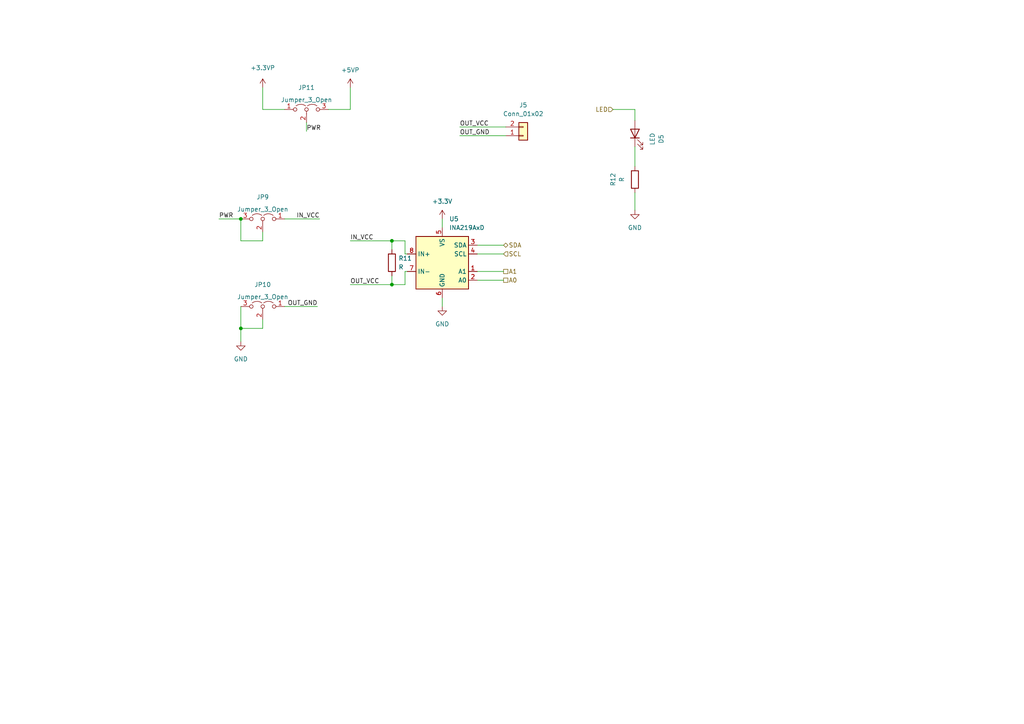
<source format=kicad_sch>
(kicad_sch (version 20211123) (generator eeschema)
  (paper "A4")
  (lib_symbols
    (symbol "Analog_ADC:INA219AxD"
      (property "Reference" "U" (at -6.35 8.89 0))
      (property "Value" "INA219AxD" (at 5.08 8.89 0))
      (symbol "INA219AxD_0_1"
        (rectangle (start -7.62 7.62) (end 7.62 -7.62) (stroke (width 0.254)) (fill (type background)))
      )
      (symbol "INA219AxD_1_1"
        (pin input line (at 10.16 -2.54 180) (length 2.54) (name "A1") (number "1"))
        (pin input line (at 10.16 -5.08 180) (length 2.54) (name "A0") (number "2"))
        (pin bidirectional line (at 10.16 5.08 180) (length 2.54) (name "SDA") (number "3"))
        (pin input line (at 10.16 2.54 180) (length 2.54) (name "SCL") (number "4"))
        (pin power_in line (at 0 10.16 270) (length 2.54) (name "VS") (number "5"))
        (pin power_in line (at 0 -10.16 90) (length 2.54) (name "GND") (number "6"))
        (pin input line (at -10.16 -2.54 0) (length 2.54) (name "IN-") (number "7"))
        (pin input line (at -10.16 2.54 0) (length 2.54) (name "IN+") (number "8"))
      )
    )
    (symbol "Connector_Generic:Conn_01x02" (pin_names (offset 1.016) hide)
      (property "Reference" "J" (at 0 2.54 0))
      (property "Value" "Conn_01x02" (at 0 -5.08 0))
      (symbol "Conn_01x02_1_1"
        (rectangle (start -1.27 -2.413) (end 0 -2.667) (stroke (width 0.1524)))
        (rectangle (start -1.27 0.127) (end 0 -0.127) (stroke (width 0.1524)))
        (rectangle (start -1.27 1.27) (end 1.27 -3.81) (stroke (width 0.254)) (fill (type background)))
        (pin passive line (at -5.08 0 0) (length 3.81) (name "Pin_1") (number "1"))
        (pin passive line (at -5.08 -2.54 0) (length 3.81) (name "Pin_2") (number "2"))
      )
    )
    (symbol "Device:LED" (pin_numbers hide) (pin_names (offset 1.016) hide)
      (property "Reference" "D" (at 0 2.54 0))
      (property "Value" "LED" (at 0 -2.54 0))
      (symbol "LED_0_1"
        (polyline (pts (xy -1.27 -1.27) (xy -1.27 1.27)) (stroke (width 0.254)))
        (polyline (pts (xy -1.27 0) (xy 1.27 0)))
        (polyline (pts (xy 1.27 -1.27) (xy 1.27 1.27) (xy -1.27 0) (xy 1.27 -1.27)) (stroke (width 0.254)))
        (polyline (pts (xy -3.048 -0.762) (xy -4.572 -2.286) (xy -3.81 -2.286) (xy -4.572 -2.286) (xy -4.572 -1.524)))
        (polyline (pts (xy -1.778 -0.762) (xy -3.302 -2.286) (xy -2.54 -2.286) (xy -3.302 -2.286) (xy -3.302 -1.524)))
      )
      (symbol "LED_1_1"
        (pin passive line (at -3.81 0 0) (length 2.54) (name "K") (number "1"))
        (pin passive line (at 3.81 0 180) (length 2.54) (name "A") (number "2"))
      )
    )
    (symbol "Device:R" (pin_numbers hide) (pin_names (offset 0))
      (property "Reference" "R" (at 2.032 0 90))
      (property "Value" "R" (at 0 0 90))
      (symbol "R_0_1"
        (rectangle (start -1.016 -2.54) (end 1.016 2.54) (stroke (width 0.254)))
      )
      (symbol "R_1_1"
        (pin passive line (at 0 3.81 270) (length 1.27) (name "~") (number "1"))
        (pin passive line (at 0 -3.81 90) (length 1.27) (name "~") (number "2"))
      )
    )
    (symbol "Jumper:Jumper_3_Open" (pin_names (offset 0) hide)
      (property "Reference" "JP" (at -2.54 -2.54 0))
      (property "Value" "Jumper_3_Open" (at 0 2.794 0))
      (symbol "Jumper_3_Open_0_0"
        (circle (center -3.302 0) (radius 0.508))
        (circle (center 0 0) (radius 0.508))
        (circle (center 3.302 0) (radius 0.508))
      )
      (symbol "Jumper_3_Open_0_1"
        (arc (start -0.254 1.016) (mid -1.651 1.4992) (end -3.048 1.016))
        (polyline (pts (xy 0 -0.508) (xy 0 -1.27)))
        (arc (start 3.048 1.016) (mid 1.651 1.4992) (end 0.254 1.016))
      )
      (symbol "Jumper_3_Open_1_1"
        (pin passive line (at -6.35 0 0) (length 2.54) (name "A") (number "1"))
        (pin passive line (at 0 -3.81 90) (length 2.54) (name "C") (number "2"))
        (pin passive line (at 6.35 0 180) (length 2.54) (name "B") (number "3"))
      )
    )
    (symbol "power:+3.3V" (power) (pin_names (offset 0))
      (property "Value" "+3.3V" (at 0 3.556 0))
      (symbol "+3.3V_0_1"
        (polyline (pts (xy -0.762 1.27) (xy 0 2.54)))
        (polyline (pts (xy 0 0) (xy 0 2.54)))
        (polyline (pts (xy 0 2.54) (xy 0.762 1.27)))
      )
      (symbol "+3.3V_1_1"
        (pin power_in line (at 0 0 90) (length 0) hide (name "+3.3V") (number "1"))
      )
    )
    (symbol "power:+3.3VP" (power) (pin_names (offset 0))
      (property "Value" "+3.3VP" (at 0 2.54 0))
      (symbol "+3.3VP_0_0"
        (pin power_in line (at 0 0 90) (length 0) hide (name "+3.3VP") (number "1"))
      )
      (symbol "+3.3VP_0_1"
        (polyline (pts (xy -0.762 1.27) (xy 0 2.54)))
        (polyline (pts (xy 0 0) (xy 0 2.54)))
        (polyline (pts (xy 0 2.54) (xy 0.762 1.27)))
      )
    )
    (symbol "power:+5VP" (power) (pin_names (offset 0))
      (property "Value" "+5VP" (at 0 3.556 0))
      (symbol "+5VP_0_1"
        (polyline (pts (xy -0.762 1.27) (xy 0 2.54)))
        (polyline (pts (xy 0 0) (xy 0 2.54)))
        (polyline (pts (xy 0 2.54) (xy 0.762 1.27)))
      )
      (symbol "+5VP_1_1"
        (pin power_in line (at 0 0 90) (length 0) hide (name "+5VP") (number "1"))
      )
    )
    (symbol "power:GND" (power) (pin_names (offset 0))
      (property "Value" "GND" (at 0 -3.81 0))
      (symbol "GND_0_1"
        (polyline (pts (xy 0 0) (xy 0 -1.27) (xy 1.27 -1.27) (xy 0 -2.54) (xy -1.27 -1.27) (xy 0 -1.27)))
      )
      (symbol "GND_1_1"
        (pin power_in line (at 0 0 270) (length 0) hide (name "GND") (number "1"))
      )
    )
  )
  (junction (at 113.665 82.55))
  (junction (at 69.85 95.25))
  (junction (at 69.85 63.5))
  (junction (at 113.665 69.85))
  (wire (pts (xy 101.6 82.55) (xy 113.665 82.55)))
  (wire (pts (xy 184.15 31.75) (xy 184.15 34.925)))
  (wire (pts (xy 184.15 55.88) (xy 184.15 60.96)))
  (wire (pts (xy 88.9 35.56) (xy 88.9 38.1)))
  (wire (pts (xy 69.85 95.25) (xy 69.85 99.06)))
  (wire (pts (xy 69.85 63.5) (xy 69.85 69.85)))
  (wire (pts (xy 117.475 69.85) (xy 117.475 73.66)))
  (wire (pts (xy 184.15 42.545) (xy 184.15 48.26)))
  (wire (pts (xy 138.43 73.66) (xy 146.05 73.66)))
  (wire (pts (xy 69.85 69.85) (xy 76.2 69.85)))
  (wire (pts (xy 69.85 95.25) (xy 76.2 95.25)))
  (wire (pts (xy 117.475 78.74) (xy 118.11 78.74)))
  (wire (pts (xy 113.665 69.85) (xy 113.665 72.39)))
  (wire (pts (xy 101.6 25.4) (xy 101.6 31.75)))
  (wire (pts (xy 128.27 63.5) (xy 128.27 66.04)))
  (wire (pts (xy 76.2 31.75) (xy 82.55 31.75)))
  (wire (pts (xy 138.43 81.28) (xy 146.05 81.28)))
  (wire (pts (xy 101.6 69.85) (xy 113.665 69.85)))
  (wire (pts (xy 133.35 36.83) (xy 146.685 36.83)))
  (wire (pts (xy 63.5 63.5) (xy 69.85 63.5)))
  (wire (pts (xy 128.27 86.36) (xy 128.27 88.9)))
  (wire (pts (xy 113.665 82.55) (xy 113.665 80.01)))
  (wire (pts (xy 113.665 69.85) (xy 117.475 69.85)))
  (wire (pts (xy 117.475 73.66) (xy 118.11 73.66)))
  (wire (pts (xy 138.43 78.74) (xy 146.05 78.74)))
  (wire (pts (xy 133.35 39.37) (xy 146.685 39.37)))
  (wire (pts (xy 76.2 67.31) (xy 76.2 69.85)))
  (wire (pts (xy 76.2 92.71) (xy 76.2 95.25)))
  (wire (pts (xy 177.8 31.75) (xy 184.15 31.75)))
  (wire (pts (xy 117.475 82.55) (xy 117.475 78.74)))
  (wire (pts (xy 138.43 71.12) (xy 146.05 71.12)))
  (wire (pts (xy 69.85 88.9) (xy 69.85 95.25)))
  (wire (pts (xy 82.55 88.9) (xy 92.075 88.9)))
  (wire (pts (xy 82.55 63.5) (xy 92.71 63.5)))
  (wire (pts (xy 76.2 25.4) (xy 76.2 31.75)))
  (wire (pts (xy 101.6 31.75) (xy 95.25 31.75)))
  (wire (pts (xy 113.665 82.55) (xy 117.475 82.55)))
  (label "PWR" (at 88.9 38.1 0))
  (label "OUT_VCC" (at 133.35 36.83 0))
  (label "OUT_GND" (at 92.075 88.9 180))
  (label "OUT_VCC" (at 101.6 82.55 0))
  (label "OUT_GND" (at 133.35 39.37 0))
  (label "IN_VCC" (at 101.6 69.85 0))
  (label "PWR" (at 63.5 63.5 0))
  (label "IN_VCC" (at 92.71 63.5 180))
  (hierarchical_label "SDA" (shape bidirectional) (at 146.05 71.12 0))
  (hierarchical_label "SCL" (shape input) (at 146.05 73.66 0))
  (hierarchical_label "LED" (shape input) (at 177.8 31.75 180))
  (hierarchical_label "A1" (shape passive) (at 146.05 78.74 0))
  (hierarchical_label "A0" (shape passive) (at 146.05 81.28 0))
  (symbol (lib_id "Jumper:Jumper_3_Open") (at 76.2 63.5 0) (mirror y)
    (property "Reference" "JP9" (at 76.2 57.15 0))
    (property "Value" "Jumper_3_Open" (at 76.2 60.706 0))
    (property "Footprint" "Connector_PinHeader_2.54mm:PinHeader_1x03_P2.54mm_Vertical" (effects hide))
  )
  (symbol (lib_id "power:+3.3V") (at 128.27 63.5 0)
    (property "Reference" "#PWR037" (effects hide))
    (property "Value" "+3.3V" (at 128.27 58.42 0))
  )
  (symbol (lib_id "Device:R") (at 113.665 76.2 0)
    (property "Reference" "R11" (at 115.57 74.9299 0) (effects (justify left)))
    (property "Value" "R" (at 115.57 77.4699 0) (effects (justify left)))
    (property "Footprint" "Resistor_SMD:R_2010_5025Metric_Pad1.40x2.65mm_HandSolder" (effects hide))
  )
  (symbol (lib_id "Analog_ADC:INA219AxD") (at 128.27 76.2 0)
    (property "Reference" "U5" (at 130.2894 63.5 0) (effects (justify left)))
    (property "Value" "INA219AxD" (at 130.2894 66.04 0) (effects (justify left)))
    (property "Footprint" "Package_SO:SOIC-8_3.9x4.9mm_P1.27mm" (effects hide))
    (property "Datasheet" "http://www.ti.com/lit/ds/symlink/ina219.pdf" (effects hide))
  )
  (symbol (lib_id "Device:R") (at 184.15 52.07 180)
    (property "Reference" "R12" (at 177.8 52.07 90))
    (property "Value" "R" (at 180.34 52.07 90))
    (property "Footprint" "Resistor_SMD:R_0805_2012Metric_Pad1.20x1.40mm_HandSolder" (effects hide))
  )
  (symbol (lib_id "power:GND") (at 69.85 99.06 0)
    (property "Reference" "#PWR034" (effects hide))
    (property "Value" "GND" (at 69.85 104.14 0))
  )
  (symbol (lib_id "Connector_Generic:Conn_01x02") (at 151.765 39.37 0) (mirror x)
    (property "Reference" "J5" (at 151.765 30.48 0))
    (property "Value" "Conn_01x02" (at 151.765 33.02 0))
    (property "Footprint" "TerminalBlock_Phoenix:TerminalBlock_Phoenix_PT-1,5-2-3.5-H_1x02_P3.50mm_Horizontal" (effects hide))
  )
  (symbol (lib_id "power:GND") (at 184.15 60.96 0)
    (property "Reference" "#PWR039" (effects hide))
    (property "Value" "GND" (at 184.15 66.04 0))
  )
  (symbol (lib_id "Jumper:Jumper_3_Open") (at 88.9 31.75 0)
    (property "Reference" "JP11" (at 88.9 25.4 0))
    (property "Value" "Jumper_3_Open" (at 88.9 28.956 0))
    (property "Footprint" "Connector_PinHeader_2.54mm:PinHeader_1x03_P2.54mm_Vertical" (effects hide))
  )
  (symbol (lib_id "Jumper:Jumper_3_Open") (at 76.2 88.9 0) (mirror y)
    (property "Reference" "JP10" (at 76.2 82.55 0))
    (property "Value" "Jumper_3_Open" (at 76.2 86.106 0))
    (property "Footprint" "Connector_PinHeader_2.54mm:PinHeader_1x03_P2.54mm_Vertical" (effects hide))
  )
  (symbol (lib_id "power:+3.3VP") (at 76.2 25.4 0)
    (property "Reference" "#PWR035" (effects hide))
    (property "Value" "+3.3VP" (at 76.2 19.685 0))
  )
  (symbol (lib_id "Device:LED") (at 184.15 38.735 90)
    (property "Reference" "D5" (at 191.77 40.3225 0))
    (property "Value" "LED" (at 189.23 40.3225 0))
    (property "Footprint" "LED_SMD:LED_1206_3216Metric" (effects hide))
  )
  (symbol (lib_id "power:+5VP") (at 101.6 25.4 0)
    (property "Reference" "#PWR036" (effects hide))
    (property "Value" "+5VP" (at 101.6 20.32 0))
  )
  (symbol (lib_id "power:GND") (at 128.27 88.9 0)
    (property "Reference" "#PWR038" (effects hide))
    (property "Value" "GND" (at 128.27 93.98 0))
  )
)
</source>
